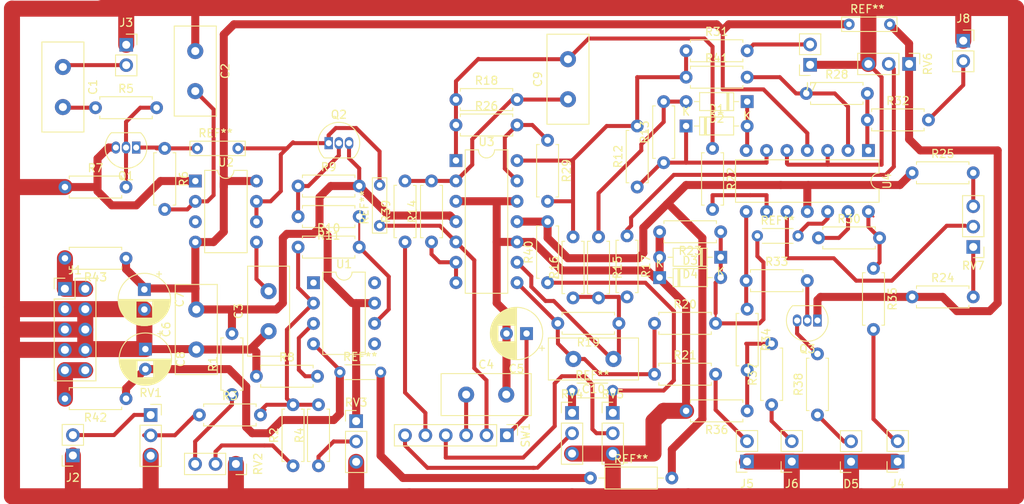
<source format=kicad_pcb>
(kicad_pcb (version 20211014) (generator pcbnew)
  (layers (0 "F.Cu" signal) (31 "B.Cu" signal) (34 "B.Paste" user) (35 "F.Paste" user) (36 "B.SilkS" user "B.Silkscreen") (37 "F.SilkS" user "F.Silkscreen") (38 "B.Mask" user) (39 "F.Mask" user) (44 "Edge.Cuts" user))
  (net 0 "")
  (net 1 "SYNC")
  (net 2 "Net-(C1-Pad2)")
  (net 3 "GND")
  (net 4 "Net-(C2-Pad2)")
  (net 5 "Net-(C3-Pad2)")
  (net 6 "Net-(C4-Pad1)")
  (net 7 "Net-(C5-Pad1)")
  (net 8 "+12V")
  (net 9 "-12V")
  (net 10 "Net-(C9-Pad1)")
  (net 11 "Net-(C9-Pad2)")
  (net 12 "Net-(C10-Pad1)")
  (net 13 "Net-(C10-Pad2)")
  (net 14 "Net-(D1-Pad1)")
  (net 15 "Net-(D1-Pad2)")
  (net 16 "Net-(D2-Pad2)")
  (net 17 "Net-(D3-Pad2)")
  (net 18 "Net-(D5-Pad2)")
  (net 19 "Net-(J2-Pad2)")
  (net 20 "Net-(J4-Pad2)")
  (net 21 "TRI")
  (net 22 "PULSE")
  (net 23 "SAW")
  (net 24 "RAMP")
  (net 25 "Net-(Q1-Pad1)")
  (net 26 "Net-(Q1-Pad2)")
  (net 27 "Net-(Q2-Pad2)")
  (net 28 "Net-(Q3-Pad2)")
  (net 29 "Net-(Q3-Pad3)")
  (net 30 "Net-(R1-Pad1)")
  (net 31 "Net-(R2-Pad1)")
  (net 32 "Net-(R10-Pad1)")
  (net 33 "Net-(R3-Pad1)")
  (net 34 "Net-(R4-Pad1)")
  (net 35 "Net-(R8-Pad2)")
  (net 36 "Net-(R10-Pad2)")
  (net 37 "Net-(R12-Pad2)")
  (net 38 "Net-(R14-Pad1)")
  (net 39 "Net-(R17-Pad1)")
  (net 40 "Net-(R22-Pad2)")
  (net 41 "Net-(R24-Pad2)")
  (net 42 "Net-(R25-Pad2)")
  (net 43 "Net-(R26-Pad2)")
  (net 44 "Net-(R27-Pad2)")
  (net 45 "Net-(R28-Pad1)")
  (net 46 "Net-(R28-Pad2)")
  (net 47 "Net-(R30-Pad2)")
  (net 48 "Net-(R33-Pad1)")
  (net 49 "Net-(R34-Pad2)")
  (net 50 "Net-(R39-Pad1)")
  (net 51 "Net-(R40-Pad1)")
  (net 52 "Net-(RV4-Pad2)")
  (net 53 "Net-(RV5-Pad2)")
  (net 54 "Net-(RV7-Pad2)")
  (net 59 "Net-(J1-Pad1)")
  (net 60 "Net-(J1-Pad10)")
  (footprint "Connector_PinHeader_2.54mm:PinHeader_1x03_P2.54mm_Vertical" (layer "F.Cu") (at 158.623 75.311)
    (fp_text reference "RV5")
    (fp_text value "10k")
  )
  (footprint "Package_TO_SOT_THT:TO-92_Inline" (layer "F.Cu") (at 123.19 41.635)
    (fp_text reference "Q2")
    (fp_text value "BC557")
  )
  (footprint "Capacitor_THT:C_Disc_D11.0mm_W5.0mm_P5.00mm" (layer "F.Cu") (at 106.68 67.397 90)
    (fp_text reference "C6")
    (fp_text value "100nf")
  )
  (footprint "Resistor_THT:R_Axial_DIN0207_L6.3mm_D2.5mm_P7.62mm_Horizontal" (layer "F.Cu") (at 175.387 75.057 180)
    (fp_text reference "R36")
    (fp_text value "12k")
  )
  (footprint "Resistor_THT:R_Axial_DIN0207_L6.3mm_D2.5mm_P7.62mm_Horizontal" (layer "F.Cu") (at 118.745 81.915 90)
    (fp_text reference "R2")
    (fp_text value "100k")
  )
  (footprint "Package_DIP:DIP-14_W7.62mm" (layer "F.Cu") (at 139.065 43.81)
    (fp_text reference "U3")
    (fp_text value "TL074")
  )
  (footprint "Resistor_THT:R_Axial_DIN0207_L6.3mm_D2.5mm_P7.62mm_Horizontal" (layer "F.Cu") (at 160.401 53.213 -90)
    (fp_text reference "R17")
    (fp_text value "150k")
  )
  (footprint "Resistor_THT:R_Axial_DIN0207_L6.3mm_D2.5mm_P7.62mm_Horizontal" (layer "F.Cu") (at 182.753 35.433)
    (fp_text reference "R28")
    (fp_text value "100k")
  )
  (footprint "Resistor_THT:R_Axial_DIN0207_L6.3mm_D2.5mm_P7.62mm_Horizontal" (layer "F.Cu") (at 175.26 58.801)
    (fp_text reference "R33")
    (fp_text value "47k")
  )
  (footprint "Capacitor_THT:CP_Radial_D6.3mm_P2.50mm" (layer "F.Cu") (at 147.867379 65.405 180)
    (fp_text reference "C5")
    (fp_text value "10uf/35V")
  )
  (footprint "Resistor_THT:R_Axial_DIN0207_L6.3mm_D2.5mm_P7.62mm_Horizontal" (layer "F.Cu") (at 111.125 73.025 90)
    (fp_text reference "R1")
    (fp_text value "12k")
  )
  (footprint "Resistor_THT:R_Axial_DIN0207_L6.3mm_D2.5mm_P7.62mm_Horizontal" (layer "F.Cu") (at 136.017 53.975 90)
    (fp_text reference "R14")
    (fp_text value "100k")
  )
  (footprint "Resistor_THT:R_Axial_DIN0207_L6.3mm_D2.5mm_P7.62mm_Horizontal" (layer "F.Cu") (at 163.83 64.135)
    (fp_text reference "R20")
    (fp_text value "150k")
  )
  (footprint "Resistor_THT:R_Axial_DIN0204_L3.6mm_D1.6mm_P5.08mm_Horizontal" (layer "F.Cu") (at 153.543 72.517)
    (fp_text reference "REF**")
    (fp_text value "0 Ohm Bridge")
  )
  (footprint "Connector_PinHeader_2.54mm:PinHeader_1x03_P2.54mm_Vertical" (layer "F.Cu") (at 126.619 76.342)
    (fp_text reference "RV3")
    (fp_text value "50k")
  )
  (footprint "Package_DIP:DIP-8_W7.62mm" (layer "F.Cu") (at 106.563 46.365)
    (fp_text reference "U2")
    (fp_text value "NE555P")
  )
  (footprint "Resistor_THT:R_Axial_DIN0204_L3.6mm_D1.6mm_P5.08mm_Horizontal" (layer "F.Cu") (at 176.657 53.213)
    (fp_text reference "REF**")
    (fp_text value "0 Ohm Bridge")
  )
  (footprint "Connector_PinSocket_2.54mm:PinSocket_1x02_P2.54mm_Vertical" (layer "F.Cu") (at 194.158 81.387 180)
    (fp_text reference "J4")
    (fp_text value "SINE")
  )
  (footprint "Resistor_THT:R_Axial_DIN0207_L6.3mm_D2.5mm_P7.62mm_Horizontal" (layer "F.Cu") (at 119.38 46.99)
    (fp_text reference "R9")
    (fp_text value "820R")
  )
  (footprint "Capacitor_THT:C_Disc_D11.0mm_W5.0mm_P5.00mm" (layer "F.Cu") (at 153.035 36.155 90)
    (fp_text reference "C9")
    (fp_text value "120pf")
  )
  (footprint "Resistor_THT:R_Axial_DIN0207_L6.3mm_D2.5mm_P7.62mm_Horizontal" (layer "F.Cu") (at 153.67 60.96 90)
    (fp_text reference "R16")
    (fp_text value "100k")
  )
  (footprint "Resistor_THT:R_Axial_DIN0207_L6.3mm_D2.5mm_P7.62mm_Horizontal" (layer "F.Cu") (at 191.135 57.277 -90)
    (fp_text reference "R35")
    (fp_text value "1k")
  )
  (footprint "TestPoint:TestPoint_Bridge_Pitch5.08mm_Drill0.7mm" (layer "F.Cu") (at 111.887 42.291 180)
    (fp_text reference "REF**")
    (fp_text value "0 Ohm Bridge")
  )
  (footprint "Package_DIP:DIP-14_W7.62mm" (layer "F.Cu") (at 190.505 42.555 -90)
    (fp_text reference "U4")
    (fp_text value "TL074")
  )
  (footprint "Connector_PinSocket_2.54mm:PinSocket_1x02_P2.54mm_Vertical" (layer "F.Cu") (at 202.336 28.849)
    (fp_text reference "J8")
    (fp_text value "RAMP")
  )
  (footprint "Connector_PinHeader_2.54mm:PinHeader_1x03_P2.54mm_Vertical" (layer "F.Cu") (at 203.581 54.595 180)
    (fp_text reference "RV7")
    (fp_text value "10k")
  )
  (footprint "Connector_PinSocket_2.54mm:PinSocket_1x03_P2.54mm_Vertical" (layer "F.Cu") (at 100.99 75.58)
    (fp_text reference "RV1")
    (fp_text value "50k")
  )
  (footprint "TestPoint:TestPoint_Bridge_Pitch5.08mm_Drill0.7mm" (layer "F.Cu") (at 129.54 46.863 -90)
    (fp_text reference "REF**")
    (fp_text value "0 Ohm Bridge")
  )
  (footprint "Resistor_THT:R_Axial_DIN0207_L6.3mm_D2.5mm_P10.16mm_Horizontal" (layer "F.Cu") (at 155.829 83.439)
    (fp_text reference "REF**")
    (fp_text value "0 Ohm Bridge")
  )
  (footprint "Capacitor_THT:C_Disc_D11.0mm_W5.0mm_P5.00mm" (layer "F.Cu") (at 106.553 30.139 -90)
    (fp_text reference "C2")
    (fp_text value "47nf")
  )
  (footprint "Resistor_THT:R_Axial_DIN0207_L6.3mm_D2.5mm_P7.62mm_Horizontal" (layer "F.Cu") (at 184.277 53.467)
    (fp_text reference "R30")
    (fp_text value "15k")
  )
  (footprint "Resistor_THT:R_Axial_DIN0207_L6.3mm_D2.5mm_P7.62mm_Horizontal" (layer "F.Cu") (at 167.767 33.401)
    (fp_text reference "R41")
    (fp_text value "100k")
  )
  (footprint "Connector_PinSocket_2.54mm:PinSocket_1x02_P2.54mm_Vertical" (layer "F.Cu") (at 183.236 31.857 180)
    (fp_text reference "J7")
    (fp_text value "SAW")
  )
  (footprint "TestPoint:TestPoint_Bridge_Pitch5.08mm_Drill0.7mm" (layer "F.Cu") (at 193.167 26.797 180)
    (fp_text reference "REF**")
    (fp_text value "0 Ohm Bridge")
  )
  (footprint "Connector_PinSocket_2.54mm:PinSocket_1x02_P2.54mm_Vertical" (layer "F.Cu") (at 180.95 81.387 180)
    (fp_text reference "J6")
    (fp_text value "PULSE")
  )
  (footprint "Resistor_THT:R_Axial_DIN0207_L6.3mm_D2.5mm_P7.62mm_Horizontal" (layer "F.Cu") (at 119.38 54.61)
    (fp_text reference "R10")
    (fp_text value "100k")
  )
  (footprint "Package_TO_SOT_THT:TO-92_Inline" (layer "F.Cu") (at 184.15 63.775 180)
    (fp_text reference "Q3")
    (fp_text value "BC547")
  )
  (footprint "Resistor_THT:R_Axial_DIN0207_L6.3mm_D2.5mm_P7.62mm_Horizontal" (layer "F.Cu") (at 178.435 74.295 90)
    (fp_text reference "R37")
    (fp_text value "1k")
  )
  (footprint "Package_TO_SOT_THT:TO-92_Inline" (layer "F.Cu") (at 99.187 42.185 180)
    (fp_text reference "Q1")
    (fp_text value "BS170")
  )
  (footprint "Resistor_THT:R_Axial_DIN0204_L3.6mm_D1.6mm_P5.08mm_Horizontal" (layer "F.Cu") (at 124.587 70.231)
    (fp_text reference "REF**")
    (fp_text value "0 Ohm Bridge")
  )
  (footprint "Resistor_THT:R_Axial_DIN0207_L6.3mm_D2.5mm_P7.62mm_Horizontal" (layer "F.Cu") (at 167.767 30.099)
    (fp_text reference "R31")
    (fp_text value "1k")
  )
  (footprint "Resistor_THT:R_Axial_DIN0207_L6.3mm_D2.5mm_P7.62mm_Horizontal" (layer "F.Cu") (at 121.92 81.915 90)
    (fp_text reference "R4")
    (fp_text value "100k")
  )
  (footprint "Capacitor_THT:C_Disc_D11.0mm_W5.0mm_P5.00mm" (layer "F.Cu") (at 140.335 73.025)
    (fp_text reference "C4")
    (fp_text value "1uf")
  )
  (footprint "Capacitor_THT:C_Disc_D11.0mm_W5.0mm_P5.00mm" (layer "F.Cu") (at 158.71 68.58 180)
    (fp_text reference "C10")
    (fp_text value "1nf")
  )
  (footprint "Resistor_THT:R_Axial_DIN0207_L6.3mm_D2.5mm_P7.62mm_Horizontal" (layer "F.Cu") (at 195.961 45.339)
    (fp_text reference "R25")
    (fp_text value "15k")
  )
  (footprint "Resistor_THT:R_Axial_DIN0207_L6.3mm_D2.5mm_P7.62mm_Horizontal" (layer "F.Cu") (at 164.973 44.069 90)
    (fp_text reference "R13")
    (fp_text value "100k")
  )
  (footprint "Capacitor_THT:C_Disc_D11.0mm_W5.0mm_P5.00mm" (layer "F.Cu") (at 90.043 32.131 -90)
    (fp_text reference "C1")
    (fp_text value "10nf")
  )
  (footprint "Connector_PinHeader_2.54mm:PinHeader_2x05_P2.54mm_Vertical" (layer "F.Cu") (at 90.292 59.822)
    (fp_text reference "J1")
    (fp_text value "Conn_02x05_Top_Bottom")
  )
  (footprint "Diode_THT:D_DO-35_SOD27_P7.62mm_Horizontal" (layer "F.Cu") (at 164.465 58.42)
    (fp_text reference "D3")
    (fp_text value "1N4148")
  )
  (footprint "Resistor_THT:R_Axial_DIN0207_L6.3mm_D2.5mm_P7.62mm_Horizontal" (layer "F.Cu") (at 190.373 38.735)
    (fp_text reference "R32")
    (fp_text value "1k")
  )
  (footprint "Resistor_THT:R_Axial_DIN0207_L6.3mm_D2.5mm_P7.62mm_Horizontal" (layer "F.Cu") (at 161.671 47.117 90)
    (fp_text reference "R12")
    (fp_text value "100k")
  )
  (footprint "Capacitor_THT:CP_Radial_D6.3mm_P2.50mm" (layer "F.Cu") (at 100.33 67.35 -90)
    (fp_text reference "C8")
    (fp_text value "10uf")
  )
  (footprint "Resistor_THT:R_Axial_DIN0207_L6.3mm_D2.5mm_P7.62mm_Horizontal" (layer "F.Cu") (at 132.715 53.975 90)
    (fp_text reference "R39")
    (fp_text value "100k")
  )
  (footprint "Connector_PinSocket_2.54mm:PinSocket_1x02_P2.54mm_Vertical" (layer "F.Cu") (at 175.362 81.387 180)
    (fp_text reference "J5")
    (fp_text value "TRI")
  )
  (footprint "Resistor_THT:R_Axial_DIN0207_L6.3mm_D2.5mm_P7.62mm_Horizontal" (layer "F.Cu") (at 159.385 64.135 180)
    (fp_text reference "R19")
    (fp_text value "200k")
  )
  (footprint "Diode_THT:D_DO-35_SOD27_P7.62mm_Horizontal" (layer "F.Cu") (at 172.085 55.88 180)
    (fp_text reference "D4")
    (fp_text value "1N4148")
  )
  (footprint "Resistor_THT:R_Axial_DIN0207_L6.3mm_D2.5mm_P7.62mm_Horizontal" (layer "F.Cu") (at 172.085 52.705 180)
    (fp_text reference "R23")
    (fp_text value "22k")
  )
  (footprint "Resistor_THT:R_Axial_DIN0207_L6.3mm_D2.5mm_P7.62mm_Horizontal" (layer "F.Cu") (at 150.495 41.275 -90)
    (fp_text reference "R29")
    (fp_text value "200k")
  )
  (footprint "Resistor_THT:R_Axial_DIN0207_L6.3mm_D2.5mm_P7.62mm_Horizontal" (layer "F.Cu") (at 156.845 53.34 -90)
    (fp_text reference "R15")
    (fp_text value "50k")
  )
  (footprint "Resistor_THT:R_Axial_DIN0207_L6.3mm_D2.5mm_P7.62mm_Horizontal" (layer "F.Cu") (at 184.15 75.565 90)
    (fp_text reference "R38")
    (fp_text value "1k")
  )
  (footprint "Connector_PinSocket_2.54mm:PinSocket_1x02_P2.54mm_Vertical" (layer "F.Cu") (at 188.341 81.407 180)
    (fp_text reference "D5")
    (fp_text value "LED")
  )
  (footprint "Resistor_THT:R_Axial_DIN0207_L6.3mm_D2.5mm_P7.62mm_Horizontal" (layer "F.Cu") (at 107.061 75.565)
    (fp_text reference "R3")
    (fp_text value "100k")
  )
  (footprint "Resistor_THT:R_Axial_DIN0207_L6.3mm_D2.5mm_P7.62mm_Horizontal" (layer "F.Cu") (at 163.83 70.485)
    (fp_text reference "R21")
    (fp_text value "1k")
  )
  (footprint "Connector_PinSocket_2.54mm:PinSocket_1x02_P2.54mm_Vertical" (layer "F.Cu") (at 97.942 29.357)
    (fp_text reference "J3")
    (fp_text value "SYNC")
  )
  (footprint "Resistor_THT:R_Axial_DIN0207_L6.3mm_D2.5mm_P7.62mm_Horizontal" (layer "F.Cu") (at 97.917 73.533 180)
    (fp_text reference "R42")
    (fp_text value "100R")
  )
  (footprint "Connector_PinHeader_2.54mm:PinHeader_1x03_P2.54mm_Vertical" (layer "F.Cu") (at 195.58 31.75 -90)
    (fp_text reference "RV6")
    (fp_text value "50k")
  )
  (footprint "Resistor_THT:R_Axial_DIN0207_L6.3mm_D2.5mm_P7.62mm_Horizontal" (layer "F.Cu") (at 171.069 42.291 -90)
    (fp_text reference "R22")
    (fp_text value "10k")
  )
  (footprint "Resistor_THT:R_Axial_DIN0207_L6.3mm_D2.5mm_P7.62mm_Horizontal" (layer "F.Cu") (at 195.961 60.833)
    (fp_text reference "R24")
    (fp_text value "15k")
  )
  (footprint "Capacitor_THT:CP_Radial_D6.3mm_P2.50mm" (layer "F.Cu") (at 100.203 59.904621 -90)
    (fp_text reference "C7")
    (fp_text value "10 uf")
  )
  (footprint "Resistor_THT:R_Axial_DIN0207_L6.3mm_D2.5mm_P7.62mm_Horizontal" (layer "F.Cu") (at 102.743 42.291 -90)
    (fp_text reference "R6")
    (fp_text value "1k")
  )
  (footprint "Connector_PinHeader_2.54mm:PinHeader_1x06_P2.54mm_Vertical" (layer "F.Cu") (at 145.415 78.105 -90)
    (fp_text reference "SW1")
    (fp_text value "SW_Push_DPDT")
  )
  (footprint "Resistor_THT:R_Axial_DIN0207_L6.3mm_D2.5mm_P7.62mm_Horizontal" (layer "F.Cu") (at 139.065 39.37)
    (fp_text reference "R26")
    (fp_text value "100k")
  )
  (footprint "Connector_PinSocket_2.54mm:PinSocket_1x03_P2.54mm_Vertical" (layer "F.Cu") (at 111.618 81.686 -90)
    (fp_text reference "RV2")
    (fp_text value "10k")
  )
  (footprint "Diode_THT:D_DO-35_SOD27_P7.62mm_Horizontal" (layer "F.Cu") (at 175.387 36.449 180)
    (fp_text reference "D2")
    (fp_text value "1N4148")
  )
  (footprint "Connector_PinHeader_2.54mm:PinHeader_1x03_P2.54mm_Vertical" (layer "F.Cu") (at 153.543 75.311)
    (fp_text reference "RV4")
    (fp_text value "10k")
  )
  (footprint "Resistor_THT:R_Axial_DIN0207_L6.3mm_D2.5mm_P7.62mm_Horizontal" (layer "F.Cu") (at 90.297 47.117)
    (fp_text reference "R7")
    (fp_text value "100k")
  )
  (footprint "Package_DIP:DIP-8_W7.62mm" (layer "F.Cu") (at 121.295 59.065)
    (fp_text reference "U1")
    (fp_text value "LM741")
  )
  (footprint "Capacitor_THT:C_Disc_D11.0mm_W5.0mm_P5.00mm" (layer "F.Cu") (at 115.697 65.111 90)
    (fp_text reference "C3")
    (fp_text value "10nf")
  )
  (footprint "Resistor_THT:R_Axial_DIN0207_L6.3mm_D2.5mm_P7.62mm_Horizontal" (layer "F.Cu") (at 175.387 62.357 -90)
    (fp_text reference "R34")
    (fp_text value "10k")
  )
  (footprint "Resistor_THT:R_Axial_DIN0207_L6.3mm_D2.5mm_P7.62mm_Horizontal" (layer "F.Cu") (at 139.065 36.195)
    (fp_text reference "R18")
    (fp_text value "200k")
  )
  (footprint "Resistor_THT:R_Axial_DIN0207_L6.3mm_D2.5mm_P7.62mm_Horizontal" (layer "F.Cu") (at 150.495 59.055 90)
    (fp_text reference "R40")
    (fp_text value "2.7k")
  )
  (footprint "Resistor_THT:R_Axial_DIN0207_L6.3mm_D2.5mm_P7.62mm_Horizontal" (layer "F.Cu") (at 114.173 70.739)
    (fp_text reference "R8")
    (fp_text value "8.2k")
  )
  (footprint "Resistor_THT:R_Axial_DIN0207_L6.3mm_D2.5mm_P7.62mm_Horizontal" (layer "F.Cu") (at 127 50.8 180)
    (fp_text reference "R11")
    (fp_text value "27k")
  )
  (footprint "Resistor_THT:R_Axial_DIN0207_L6.3mm_D2.5mm_P7.62mm_Horizontal" (layer "F.Cu") (at 94.107 37.211)
    (fp_text reference "R5")
    (fp_text value "10k")
  )
  (footprint "Resistor_THT:R_Axial_DIN0207_L6.3mm_D2.5mm_P7.62mm_Horizontal" (layer "F.Cu") (at 97.917 56.007 180)
    (fp_text reference "R43")
    (fp_text value "100R")
  )
  (footprint "Connector_PinSocket_2.54mm:PinSocket_1x02_P2.54mm_Vertical" (layer "F.Cu") (at 91.288 80.625 180)
    (fp_text reference "J2")
    (fp_text value "CV")
  )
  (footprint "Diode_THT:D_DO-35_SOD27_P7.62mm_Horizontal" (layer "F.Cu") (at 167.767 39.497)
    (fp_text reference "D1")
    (fp_text value "1N4148")
  )
  (segment (start 97.942 31.897) (end 90.277 31.897) (width 0.5) (layer "F.Cu") (net 1))
  (segment (start 90.277 31.897) (end 90.043 32.131) (width 0.25) (layer "F.Cu") (net 1))
  (segment (start 94.107 37.211) (end 90.123 37.211) (width 0.5) (layer "F.Cu") (net 2))
  (segment (start 90.123 37.211) (end 90.043 37.131) (width 0.25) (layer "F.Cu") (net 2))
  (segment (start 190.393 31.857) (end 190.5 31.75) (width 0.25) (layer "F.Cu") (net 3))
  (segment (start 164.973 75.057) (end 163.703 76.327) (width 2) (layer "F.Cu") (net 3))
  (segment (start 168.021 85.725) (end 180.721 85.725) (width 2) (layer "F.Cu") (net 3))
  (segment (start 98.425 24.765) (end 96.901 24.765) (width 2) (layer "F.Cu") (net 3))
  (segment (start 208.915 31.877) (end 208.915 24.765) (width 2) (layer "F.Cu") (net 3))
  (segment (start 163.703 76.327) (end 163.703 80.137) (width 2) (layer "F.Cu") (net 3))
  (segment (start 91.288 80.625) (end 91.288 85.7) (width 2) (layer "F.Cu") (net 3))
  (segment (start 146.695 53.97) (end 144.15 53.97) (width 1) (layer "F.Cu") (net 3))
  (segment (start 190.398 31.648) (end 190.5 31.75) (width 0.25) (layer "F.Cu") (net 3))
  (segment (start 194.158 81.641) (end 193.924 81.407) (width 0.25) (layer "F.Cu") (net 3))
  (segment (start 106.563 46.365) (end 102.225 46.365) (width 1) (layer "F.Cu") (net 3))
  (segment (start 183.236 31.857) (end 190.393 31.857) (width 1) (layer "F.Cu") (net 3))
  (segment (start 99.695 85.725) (end 101.219 85.725) (width 2) (layer "F.Cu") (net 3))
  (segment (start 180.975 85.725) (end 188.087 85.725) (width 2) (layer "F.Cu") (net 3))
  (segment (start 106.807 24.765) (end 98.425 24.765) (width 2) (layer "F.Cu") (net 3))
  (segment (start 189.611 85.725) (end 208.915 85.725) (width 2) (layer "F.Cu") (net 3))
  (segment (start 164.465 58.42) (end 164.465 55.88) (width 1) (layer "F.Cu") (net 3))
  (segment (start 180.97 81.407) (end 180.95 81.387) (width 0.25) (layer "F.Cu") (net 3))
  (segment (start 185.425 42.555) (end 185.425 44.323) (width 0.5) (layer "F.Cu") (net 3))
  (segment (start 83.693 24.848) (end 96.818 24.848) (width 2) (layer "F.Cu") (net 3))
  (segment (start 100.33 67.35) (end 106.633 67.35) (width 1) (layer "F.Cu") (net 3))
  (segment (start 158.623 80.391) (end 163.703 80.391) (width 2) (layer "F.Cu") (net 3))
  (segment (start 83.952 62.362) (end 83.693 62.103) (width 0.25) (layer "F.Cu") (net 3))
  (segment (start 158.623 80.645) (end 158.623 85.471) (width 2) (layer "F.Cu") (net 3))
  (segment (start 90.297 47.117) (end 83.947 47.117) (width 2) (layer "F.Cu") (net 3))
  (segment (start 144.145 53.975) (end 144.145 53.213) (width 0.25) (layer "F.Cu") (net 3))
  (segment (start 97.942 29.357) (end 97.942 25.248) (width 2) (layer "F.Cu") (net 3))
  (segment (start 144.145 49.149) (end 144.404 48.89) (width 0.25) (layer "F.Cu") (net 3))
  (segment (start 92.832 62.362) (end 92.832 67.442) (width 2) (layer "F.Cu") (net 3))
  (segment (start 100.99 85.496) (end 101.219 85.725) (width 0.25) (layer "F.Cu") (net 3))
  (segment (start 83.942 67.442) (end 83.693 67.691) (width 0.25) (layer "F.Cu") (net 3))
  (segment (start 96.818 24.848) (end 96.901 24.765) (width 0.25) (layer "F.Cu") (net 3))
  (segment (start 100.160379 62.362) (end 100.203 62.404621) (width 0.25) (layer "F.Cu") (net 3))
  (segment (start 180.721 85.725) (end 180.975 85.725) (width 0.5) (layer "F.Cu") (net 3))
  (segment (start 113.411 67.397) (end 112.355 67.397) (width 1) (layer "F.Cu") (net 3))
  (segment (start 100.33 67.35) (end 100.33 67.262379) (width 0.25) (layer "F.Cu") (net 3))
  (segment (start 96.901 24.765) (end 94.869 24.765) (width 2) (layer "F.Cu") (net 3))
  (segment (start 133.223 85.725) (end 153.543 85.725) (width 2) (layer "F.Cu") (net 3))
  (segment (start 202.336 28.849) (end 202.336 24.79) (width 2) (layer "F.Cu") (net 3))
  (segment (start 100.203 67.223) (end 100.33 67.35) (width 0.25) (layer "F.Cu") (net 3))
  (segment (start 94.361 47.625) (end 94.361 46.863) (width 1) (layer "F.Cu") (net 3))
  (segment (start 190.5 31.75) (end 190.5 24.892) (width 2) (layer "F.Cu") (net 3))
  (segment (start 145.367379 65.405) (end 145.367379 62.817379) (width 1) (layer "F.Cu") (net 3))
  (segment (start 148.712 53.97) (end 152.273 57.531) (width 1) (layer "F.Cu") (net 3))
  (segment (start 144.15 53.97) (end 144.145 53.975) (width 0.25) (layer "F.Cu") (net 3))
  (segment (start 202.311 24.765) (end 190.627 24.765) (width 2) (layer "F.Cu") (net 3))
  (segment (start 180.95 85.7) (end 180.975 85.725) (width 0.25) (layer "F.Cu") (net 3))
  (segment (start 106.633 67.35) (end 106.68 67.397) (width 0.25) (layer "F.Cu") (net 3))
  (segment (start 159.131 85.725) (end 168.021 85.725) (width 2) (layer "F.Cu") (net 3))
  (segment (start 91.313 85.725) (end 99.695 85.725) (width 2) (layer "F.Cu") (net 3))
  (segment (start 106.553 30.139) (end 106.553 25.019) (width 1) (layer "F.Cu") (net 3))
  (segment (start 144.145 53.721) (end 144.145 49.149) (width 1) (layer "F.Cu") (net 3))
  (segment (start 164.465 58.801) (end 164.465 58.42) (width 0.25) (layer "F.Cu") (net 3))
  (segment (start 164.465 58.547) (end 167.767 61.849) (width 1) (layer "F.Cu") (net 3))
  (segment (start 92.924 67.35) (end 92.832 67.442) (width 0.25) (layer "F.Cu") (net 3))
  (segment (start 163.83 58.42) (end 164.465 58.42) (width 0.25) (layer "F.Cu") (net 3))
  (segment (start 97.942 25.248) (end 98.425 24.765) (width 0.25) (layer "F.Cu") (net 3))
  (segment (start 94.361 46.863) (end 94.107 47.117) (width 0.25) (layer "F.Cu") (net 3))
  (segment (start 102.225 46.365) (end 99.187 49.403) (width 1) (layer "F.Cu") (net 3))
  (segment (start 158.623 85.471) (end 158.877 85.725) (width 0.25) (layer "F.Cu") (net 3))
  (segment (start 145.367379 65.405) (end 145.367379 72.992621) (width 1) (layer "F.Cu") (net 3))
  (segment (start 208.915 24.765) (end 202.311 24.765) (width 2) (layer "F.Cu") (net 3))
  (segment (start 192.151 44.323) (end 192.151 33.401) (width 0.5) (layer "F.Cu") (net 3))
  (segment (start 163.703 80.137) (end 163.703 80.391) (width 0.25) (layer "F.Cu") (net 3))
  (segment (start 111.618 81.686) (end 111.618 85.71) (width 2) (layer "F.Cu") (net 3))
  (segment (start 188.341 85.471) (end 188.087 85.725) (width 0.25) (layer "F.Cu") (net 3))
  (segment (start 83.693 85.725) (end 83.693 67.691) (width 2) (layer "F.Cu") (net 3))
  (segment (start 144.145 61.595) (end 144.145 53.975) (width 1) (layer "F.Cu") (net 3))
  (segment (start 164.465 58.42) (end 164.465 58.547) (width 0.25) (layer "F.Cu") (net 3))
  (segment (start 189.845 85.491) (end 189.611 85.725) (width 0.25) (layer "F.Cu") (net 3))
  (segment (start 100.33 67.35) (end 92.924 67.35) (width 2) (layer "F.Cu") (net 3))
  (segment (start 84.196 64.902) (end 83.693 65.405) (width 0.25) (layer "F.Cu") (net 3))
  (segment (start 175.362 81.387) (end 180.95 81.387) (width 2) (layer "F.Cu") (net 3))
  (segment (start 99.187 49.403) (end 96.139 49.403) (width 1) (layer "F.Cu") (net 3))
  (segment (start 92.832 64.902) (end 84.196 64.902) (width 2) (layer "F.Cu") (net 3))
  (segment (start 114.173 67.711) (end 113.645 67.183) (width 1) (layer "F.Cu") (net 3))
  (segment (start 106.553 25.019) (end 106.807 24.765) (width 0.25) (layer "F.Cu") (net 3))
  (segment (start 188.341 81.407) (end 188.341 85.471) (width 2) (layer "F.Cu") (net 3))
  (segment (start 83.693 65.405) (end 83.693 62.103) (width 2) (layer "F.Cu") (net 3))
  (segment (start 99.949 85.471) (end 99.695 85.725) (width 0.25) (layer "F.Cu") (net 3))
  (segment (start 139.07 48.895) (end 139.075 48.89) (width 0.25) (layer "F.Cu") (net 3))
  (segment (start 144.404 48.89) (end 146.695 48.89) (width 0.25) (layer "F.Cu") (net 3))
  (segment (start 193.924 81.407) (end 180.97 81.407) (width 2) (layer "F.Cu") (net 3))
  (segment (start 100.282379 62.23) (end 100.33 62.277621) (width 0.5) (layer "F.Cu") (net 3))
  (segment (start 146.695 53.97) (end 148.712 53.97) (width 1) (layer "F.Cu") (net 3))
  (segment (start 96.139 49.403) (end 94.361 47.625) (width 1) (layer "F.Cu") (net 3))
  (segment (start 95.737 42.185) (end 94.361 43.561) (width 1) (layer "F.Cu") (net 3))
  (segment (start 208.89 31.902) (end 208.915 31.877) (width 0.25) (layer "F.Cu") (net 3))
  (segment (start 190.627 24.765) (end 106.807 24.765) (width 2) (layer "F.Cu") (net 3))
  (segment (start 100.203 62.404621) (end 100.203 67.223) (width 2) (layer "F.Cu") (net 3))
  (segment (start 208.915 85.725) (end 208.915 31.877) (width 2) (layer "F.Cu") (net 3))
  (segment (start 180.345 42.555) (end 180.345 44.201) (width 0.5) (layer "F.Cu") (net 3))
  (segment (start 92.832 62.362) (end 100.160379 62.362) (width 2) (layer "F.Cu") (net 3))
  (segment (start 106.68 67.397) (end 112.355 67.397) (width 1) (layer "F.Cu") (net 3))
  (segment (start 111.618 85.71) (end 111.633 85.725) (width 0.25) (layer "F.Cu") (net 3))
  (segment (start 94.361 43.561) (end 94.361 46.863) (width 1) (layer "F.Cu") (net 3))
  (segment (start 180.467 44.323) (end 192.151 44.323) (width 0.5) (layer "F.Cu") (net 3))
  (segment (start 115.697 65.111) (end 113.411 67.397) (width 1) (layer "F.Cu") (net 3))
  (segment (start 167.767 75.057) (end 164.973 75.057) (width 2) (layer "F.Cu") (net 3))
  (segment (start 153.543 80.391) (end 158.623 80.391) (width 2) (layer "F.Cu") (net 3))
  (segment (start 92.832 62.362) (end 83.952 62.362) (width 2) (layer "F.Cu") (net 3))
  (segment (start 152.273 57.531) (end 162.941 57.531) (width 1) (layer "F.Cu") (net 3))
  (segment (start 111.633 85.725) (end 126.619 85.725) (width 2) (layer "F.Cu") (net 3))
  (segment (start 96.647 42.185) (end 95.737 42.185) (width 1) (layer "F.Cu") (net 3))
  (segment (start 83.947 47.117) (end 83.693 47.371) (width 0.25) (layer "F.Cu") (net 3))
  (segment (start 100.99 80.66) (end 100.99 85.496) (width 2) (layer "F.Cu") (net 3))
  (segment (start 163.195 85.725) (end 168.021 85.725) (width 0.25) (layer "F.Cu") (net 3))
  (segment (start 83.693 62.103) (end 83.693 47.371) (width 2) (layer "F.Cu") (net 3))
  (segment (start 188.087 85.725) (end 189.611 85.725) (width 2) (layer "F.Cu") (net 3))
  (segment (start 167.767 61.849) (end 167.767 75.057) (width 1) (layer "F.Cu") (net 3))
  (segment (start 180.955 85.491) (end 180.721 85.725) (width 0.25) (layer "F.Cu") (net 3))
  (segment (start 91.288 85.7) (end 91.313 85.725) (width 0.25) (layer "F.Cu") (net 3))
  (segment (start 139.075 48.89) (end 146.695 48.89) (width 1) (layer "F.Cu") (net 3))
  (segment (start 92.832 67.442) (end 83.942 67.442) (width 2) (layer "F.Cu") (net 3))
  (segment (start 83.693 67.691) (end 83.693 65.405) (width 2) (layer "F.Cu") (net 3))
  (segment (start 101.219 85.725) (end 111.633 85.725) (width 2) (layer "F.Cu") (net 3))
  (segment (start 202.336 24.79) (end 202.311 24.765) (width 0.25) (layer "F.Cu") (net 3))
  (segment (start 153.543 85.725) (end 158.877 85.725) (width 2) (layer "F.Cu") (net 3))
  (segment (start 180.95 81.387) (end 180.95 85.7) (width 2) (layer "F.Cu") (net 3))
  (segment (start 114.173 70.739) (end 114.173 67.711) (width 1) (layer "F.Cu") (net 3))
  (segment (start 126.619 81.422) (end 126.619 85.725) (width 2) (layer "F.Cu") (net 3))
  (segment (start 145.367379 72.992621) (end 145.335 73.025) (width 0.25) (layer "F.Cu") (net 3))
  (segment (start 100.29 67.31) (end 100.33 67.35) (width 0.5) (layer "F.Cu") (net 3))
  (segment (start 162.941 57.531) (end 163.83 58.42) (width 1) (layer "F.Cu") (net 3))
  (segment (start 192.151 33.401) (end 190.5 31.75) (width 0.5) (layer "F.Cu") (net 3))
  (segment (start 91.313 85.725) (end 83.693 85.725) (width 2) (layer "F.Cu") (net 3))
  (segment (start 126.619 85.725) (end 133.223 85.725) (width 2) (layer "F.Cu") (net 3))
  (segment (start 164.465 52.705) (end 164.465 55.88) (width 1) (layer "F.Cu") (net 3))
  (segment (start 83.693 47.371) (end 83.693 24.848) (width 2) (layer "F.Cu") (net 3))
  (segment (start 94.107 47.117) (end 90.297 47.117) (width 1) (layer "F.Cu") (net 3))
  (segment (start 145.367379 62.817379) (end 144.145 61.595) (width 1) (layer "F.Cu") (net 3))
  (segment (start 112.355 67.397) (end 112.609 67.397) (width 0.25) (layer "F.Cu") (net 3))
  (segment (start 180.345 44.201) (end 180.467 44.323) (width 0.25) (layer "F.Cu") (net 3))
  (segment (start 190.5 24.892) (end 190.627 24.765) (width 0.25) (layer "F.Cu") (net 3))
  (segment (start 158.877 85.725) (end 159.131 85.725) (width 0.5) (layer "F.Cu") (net 3))
  (segment (start 102.743 49.911) (end 105.557 49.911) (width 0.5) (layer "F.Cu") (net 4))
  (segment (start 106.553 35.139) (end 108.839 37.425) (width 0.5) (layer "F.Cu") (net 4))
  (segment (start 108.839 37.425) (end 108.839 40.513) (width 0.5) (layer "F.Cu") (net 4))
  (segment (start 106.563 48.905) (end 108.067 48.905) (width 0.5) (layer "F.Cu") (net 4))
  (segment (start 108.839 40.513) (end 108.839 39.965) (width 0.5) (layer "F.Cu") (net 4))
  (segment (start 105.557 49.911) (end 106.563 48.905) (width 0.5) (layer "F.Cu") (net 4))
  (segment (start 108.839 48.133) (end 108.839 40.513) (width 0.5) (layer "F.Cu") (net 4))
  (segment (start 108.067 48.905) (end 108.839 48.133) (width 0.5) (layer "F.Cu") (net 4))
  (segment (start 114.183 53.985) (end 114.183 58.597) (width 0.5) (layer "F.Cu") (net 5))
  (segment (start 114.183 58.597) (end 115.697 60.111) (width 0.5) (layer "F.Cu") (net 5))
  (segment (start 140.335 78.105) (end 140.335 73.025) (width 0.5) (layer "F.Cu") (net 6))
  (segment (start 145.415 78.105) (end 147.867379 75.652621) (width 0.5) (layer "F.Cu") (net 7))
  (segment (start 147.867379 75.652621) (end 147.867379 65.405) (width 0.5) (layer "F.Cu") (net 7))
  (segment (start 106.563 62.28) (end 106.68 62.397) (width 0.25) (layer "F.Cu") (net 8))
  (segment (start 111.125 65.405) (end 111.125 62.437) (width 1) (layer "F.Cu") (net 8))
  (segment (start 111.085 62.397) (end 106.68 62.397) (width 1) (layer "F.Cu") (net 8))
  (segment (start 111.379 26.797) (end 171.577 26.797) (width 1) (layer "F.Cu") (net 8))
  (segment (start 123.063 58.547) (end 123.063 53.213) (width 1) (layer "F.Cu") (net 8))
  (segment (start 171.577 26.797) (end 172.339 27.559) (width 1) (layer "F.Cu") (net 8))
  (segment (start 206.629 61.595) (end 206.629 42.545) (width 1) (layer "F.Cu") (net 8))
  (segment (start 184.15 61.214) (end 184.531 60.833) (width 1) (layer "F.Cu") (net 8))
  (segment (start 130.683 50.673) (end 127 46.99) (width 1) (layer "F.Cu") (net 8))
  (segment (start 172.339 27.559) (end 172.339 34.925) (width 0.5) (layer "F.Cu") (net 8))
  (segment (start 193.167 26.797) (end 195.58 29.21) (width 1) (layer "F.Cu") (net 8))
  (segment (start 125.73 41.635) (end 125.73 43.520991) (width 0.5) (layer "F.Cu") (net 8))
  (segment (start 172.339 34.925) (end 177.419 34.925) (width 0.5) (layer "F.Cu") (net 8))
  (segment (start 206.629 42.545) (end 196.977 42.545) (width 1) (layer "F.Cu") (net 8))
  (segment (start 127 46.99) (end 127 46.988604) (width 0.25) (layer "F.Cu") (net 8))
  (segment (start 172.339 27.559) (end 173.101 26.797) (width 1) (layer "F.Cu") (net 8))
  (segment (start 201.549 62.611) (end 205.613 62.611) (width 1) (layer "F.Cu") (net 8))
  (segment (start 106.563 53.985) (end 106.563 62.28) (width 1) (layer "F.Cu") (net 8))
  (segment (start 126.355 61.605) (end 126.121 61.605) (width 0.5) (layer "F.Cu") (net 8))
  (segment (start 116.673 62.397) (end 111.085 62.397) (width 1) (layer "F.Cu") (net 8))
  (segment (start 126.121 61.605) (end 123.063 58.547) (width 1) (layer "F.Cu") (net 8))
  (segment (start 122.047 48.387) (end 122.047 52.197) (width 1) (layer "F.Cu") (net 8))
  (segment (start 184.15 63.775) (end 184.15 61.214) (width 1) (layer "F.Cu") (net 8))
  (segment (start 195.58 29.21) (end 195.58 31.75) (width 1) (layer "F.Cu") (net 8))
  (segment (start 199.771 60.833) (end 201.549 62.611) (width 1) (layer "F.Cu") (net 8))
  (segment (start 127 46.99) (end 123.444 46.99) (width 1) (layer "F.Cu") (net 8))
  (segment (start 184.531 60.833) (end 199.771 60.833) (width 1) (layer "F.Cu") (net 8))
  (segment (start 97.917 57.364621) (end 97.917 56.007) (width 1) (layer "F.Cu") (net 8))
  (segment (start 100.33 59.777621) (end 106.592379 59.777621) (width 1) (layer "F.Cu") (net 8))
  (segment (start 126.629 61.605) (end 126.355 61.605) (width 1) (layer "F.Cu") (net 8))
  (segment (start 128.915 61.605) (end 126.629 61.605) (width 1) (layer "F.Cu") (net 8))
  (segment (start 121.285 52.959) (end 117.983 52.959) (width 1) (layer "F.Cu") (net 8))
  (segment (start 126.619 76.342) (end 126.619 61.615) (width 1) (layer "F.Cu") (net 8))
  (segment (start 110.119 46.365) (end 110.109 46.355) (width 0.25) (layer "F.Cu") (net 8))
  (segment (start 111.125 62.437) (end 111.085 62.397) (width 0.25) (layer "F.Cu") (net 8))
  (segment (start 195.58 41.148) (end 195.58 31.75) (width 1) (layer "F.Cu") (net 8))
  (segment (start 110.109 52.705) (end 110.109 46.609) (width 1) (layer "F.Cu") (net 8))
  (segment (start 196.977 42.545) (end 195.58 41.148) (width 1) (layer "F.Cu") (net 8))
  (segment (start 114.183 46.365) (end 110.119 46.365) (width 1) (layer "F.Cu") (net 8))
  (segment (start 117.983 52.959) (end 117.475 53.467) (width 1) (layer "F.Cu") (net 8))
  (segment (start 108.829 53.985) (end 110.109 52.705) (width 1) (layer "F.Cu") (net 8))
  (segment (start 123.444 46.99) (end 122.047 48.387) (width 1) (layer "F.Cu") (net 8))
  (segment (start 110.109 28.067) (end 111.379 26.797) (width 1) (layer "F.Cu") (net 8))
  (segment (start 127 44.790991) (end 125.73 43.520991) (width 0.5) (layer "F.Cu") (net 8))
  (segment (start 122.047 52.197) (end 121.285 52.959) (width 1) (layer "F.Cu") (net 8))
  (segment (start 177.419 34.925) (end 182.885 40.391) (width 0.5) (layer "F.Cu") (net 8))
  (segment (start 138.318 50.673) (end 130.683 50.673) (width 1) (layer "F.Cu") (net 8))
  (segment (start 106.563 53.985) (end 108.829 53.985) (width 1) (layer "F.Cu") (net 8))
  (segment (start 117.475 53.467) (end 117.475 61.595) (width 1) (layer "F.Cu") (net 8))
  (segment (start 205.613 62.611) (end 206.629 61.595) (width 1) (layer "F.Cu") (net 8))
  (segment (start 182.885 40.391) (end 182.885 42.555) (width 0.5) (layer "F.Cu") (net 8))
  (segment (start 173.101 26.797) (end 188.087 26.797) (width 1) (layer "F.Cu") (net 8))
  (segment (start 117.475 61.595) (end 116.673 62.397) (width 1) (layer "F.Cu") (net 8))
  (segment (start 126.619 61.615) (end 126.629 61.605) (width 0.25) (layer "F.Cu") (net 8))
  (segment (start 123.063 53.213) (end 122.047 52.197) (width 1) (layer "F.Cu") (net 8))
  (segment (start 100.33 59.777621) (end 97.917 57.364621) (width 1) (layer "F.Cu") (net 8))
  (segment (start 127 46.99) (end 127 44.790991) (width 0.5) (layer "F.Cu") (net 8))
  (segment (start 110.109 47.117) (end 110.109 28.067) (width 1) (layer "F.Cu") (net 8))
  (segment (start 139.075 51.43) (end 138.318 50.673) (width 1) (layer "F.Cu") (net 8))
  (segment (start 153.035 56.007) (end 161.798 56.007) (width 1) (layer "F.Cu") (net 9))
  (segment (start 167.767 46.863) (end 179.573 46.863) (width 1) (layer "F.Cu") (net 9))
  (segment (start 162.433 55.372) (end 162.433 52.197) (width 1) (layer "F.Cu") (net 9))
  (segment (start 165.989 79.883) (end 166.878 78.994) (width 1) (layer "F.Cu") (net 9))
  (segment (start 100.33 69.85) (end 110.744 69.85) (width 1) (layer "F.Cu") (net 9))
  (segment (start 169.799 76.073) (end 169.799 53.467) (width 1) (layer "F.Cu") (net 9))
  (segment (start 155.575 83.439) (end 132.461 83.439) (width 1) (layer "F.Cu") (net 9))
  (segment (start 166.878 78.994) (end 169.799 76.073) (width 1) (layer "F.Cu") (net 9))
  (segment (start 150.495 51.435) (end 150.495 53.467) (width 1) (layer "F.Cu") (net 9))
  (segment (start 194.437 46.863) (end 183.007 46.863) (width 1) (layer "F.Cu") (net 9))
  (segment (start 182.885 46.985) (end 183.007 46.863) (width 0.25) (layer "F.Cu") (net 9))
  (segment (start 97.917 73.533) (end 97.917 72.263) (width 1) (layer "F.Cu") (net 9))
  (segment (start 124.587 75.436604) (end 124.587 69.977) (width 1) (layer "F.Cu") (net 9))
  (segment (start 115.697 77.851) (end 117.348 76.2) (width 1) (layer "F.Cu") (net 9))
  (segment (start 129.667 70.231) (end 129.667 80.645) (width 1) (layer "F.Cu") (net 9))
  (segment (start 165.354 49.276) (end 167.767 46.863) (width 1) (layer "F.Cu") (net 9))
  (segment (start 117.348 76.2) (end 123.823604 76.2) (width 1) (layer "F.Cu") (net 9))
  (segment (start 124.587 69.977) (end 121.295 66.685) (width 0.5) (layer "F.Cu") (net 9))
  (segment (start 132.461 83.439) (end 129.667 80.645) (width 1) (layer "F.Cu") (net 9))
  (segment (start 97.917 72.263) (end 100.33 69.85) (width 1) (layer "F.Cu") (net 9))
  (segment (start 195.961 45.339) (end 194.437 46.863) (width 1) (layer "F.Cu") (net 9))
  (segment (start 166.751 79.121) (end 166.878 78.994) (width 0.5) (layer "F.Cu") (net 9))
  (segment (start 113.665 77.851) (end 115.697 77.851) (width 1) (layer "F.Cu") (net 9))
  (segment (start 110.744 69.85) (end 112.903 72.009) (width 1) (layer "F.Cu") (net 9))
  (segment (start 165.989 83.439) (end 165.989 79.883) (width 1) (layer "F.Cu") (net 9))
  (segment (start 150.495 53.467) (end 153.035 56.007) (width 1) (layer "F.Cu") (net 9))
  (segment (start 161.798 56.007) (end 162.433 55.372) (width 1) (layer "F.Cu") (net 9))
  (segment (start 183.007 46.863) (end 179.573 46.863) (width 1) (layer "F.Cu") (net 9))
  (segment (start 146.695 51.43) (end 150.49 51.43) (width 1) (layer "F.Cu") (net 9))
  (segment (start 112.903 72.009) (end 112.903 77.089) (width 1) (layer "F.Cu") (net 9))
  (segment (start 162.433 52.197) (end 165.354 49.276) (width 1) (layer "F.Cu") (net 9))
  (segment (start 123.823604 76.2) (end 124.587 75.436604) (width 1) (layer "F.Cu") (net 9))
  (segment (start 165.608 49.276) (end 165.354 49.276) (width 0.25) (layer "F.Cu") (net 9))
  (segment (start 112.903 77.089) (end 113.665 77.851) (width 1) (layer "F.Cu") (net 9))
  (segment (start 182.885 50.175) (end 182.885 46.985) (width 1) (layer "F.Cu") (net 9))
  (segment (start 150.49 51.43) (end 150.495 51.435) (width 0.25) (layer "F.Cu") (net 9))
  (segment (start 169.799 53.467) (end 165.608 49.276) (width 1) (layer "F.Cu") (net 9))
  (segment (start 129.667 80.645) (end 129.667 80.899) (width 0.25) (layer "F.Cu") (net 9))
  (segment (start 141.097 41.148) (end 141.097 44.328) (width 0.5) (layer "F.Cu") (net 10))
  (segment (start 153.035 36.155) (end 150.749 36.155) (width 0.25) (layer "F.Cu") (net 10))
  (segment (start 139.07 46.355) (end 139.075 46.35) (width 0.25) (layer "F.Cu") (net 10))
  (segment (start 152.995 36.195) (end 153.035 36.155) (width 0.5) (layer "F.Cu") (net 10))
  (segment (start 146.685 36.195) (end 146.05 36.195) (width 0.5) (layer "F.Cu") (net 10))
  (segment (start 141.097 44.328) (end 139.075 46.35) (width 0.5) (layer "F.Cu") (net 10))
  (segment (start 146.05 36.195) (end 141.097 41.148) (width 0.5) (layer "F.Cu") (net 10))
  (segment (start 132.715 46.355) (end 139.07 46.355) (width 0.5) (layer "F.Cu") (net 10))
  (segment (start 146.685 36.195) (end 152.995 36.195) (width 0.5) (layer "F.Cu") (net 10))
  (segment (start 171.069 29.591) (end 171.069 42.291) (width 0.5) (layer "F.Cu") (net 11))
  (segment (start 139.065 33.909) (end 141.859 31.115) (width 0.5) (layer "F.Cu") (net 11))
  (segment (start 141.859 31.115) (end 141.899 31.155) (width 0.5) (layer "F.Cu") (net 11))
  (segment (start 170.053 28.575) (end 171.069 29.591) (width 0.5) (layer "F.Cu") (net 11))
  (segment (start 141.899 31.155) (end 153.035 31.155) (width 0.5) (layer "F.Cu") (net 11))
  (segment (start 139.065 36.195) (end 139.065 33.909) (width 0.5) (layer "F.Cu") (net 11))
  (segment (start 139.065 39.37) (end 139.065 36.195) (width 0.5) (layer "F.Cu") (net 11))
  (segment (start 139.03 43.855) (end 139.075 43.81) (width 0.25) (layer "F.Cu") (net 11))
  (segment (start 139.065 39.37) (end 139.065 43.8) (width 0.5) (layer "F.Cu") (net 11))
  (segment (start 139.065 43.8) (end 139.075 43.81) (width 0.25) (layer "F.Cu") (net 11))
  (segment (start 155.615 28.575) (end 170.053 28.575) (width 0.5) (layer "F.Cu") (net 11))
  (segment (start 153.035 31.155) (end 155.615 28.575) (width 0.5) (layer "F.Cu") (net 11))
  (segment (start 159.385 60.833) (end 153.797 60.833) (width 0.5) (layer "F.Cu") (net 12))
  (segment (start 153.797 60.833) (end 153.67 60.96) (width 0.25) (layer "F.Cu") (net 12))
  (segment (start 148.463 58.278) (end 148.463 59.563) (width 0.5) (layer "F.Cu") (net 12))
  (segment (start 151.257 61.341) (end 158.496 68.58) (width 0.5) (layer "F.Cu") (net 12))
  (segment (start 158.496 68.58) (end 158.71 68.58) (width 0.25) (layer "F.Cu") (net 12))
  (segment (start 150.241 61.341) (end 151.257 61.341) (width 0.5) (layer "F.Cu") (net 12))
  (segment (start 159.385 64.135) (end 159.385 67.905) (width 0.5) (layer "F.Cu") (net 12))
  (segment (start 148.463 59.563) (end 150.241 61.341) (width 0.5) (layer "F.Cu") (net 12))
  (segment (start 159.385 64.135) (end 159.385 60.833) (width 0.5) (layer "F.Cu") (net 12))
  (segment (start 160.401 60.833) (end 159.385 60.833) (width 0.25) (layer "F.Cu") (net 12))
  (segment (start 146.695 56.51) (end 148.463 58.278) (width 0.5) (layer "F.Cu") (net 12))
  (segment (start 159.385 67.905) (end 158.71 68.58) (width 0.25) (layer "F.Cu") (net 12))
  (segment (start 153.71 68.58) (end 151.785 66.655) (width 0.5) (layer "F.Cu") (net 13))
  (segment (start 155.087 68.58) (end 153.71 68.58) (width 0.5) (layer "F.Cu") (net 13))
  (segment (start 146.695 59.065) (end 146.695 59.05) (width 0.25) (layer "F.Cu") (net 13))
  (segment (start 151.765 64.135) (end 146.695 59.065) (width 0.5) (layer "F.Cu") (net 13))
  (segment (start 151.765 66) (end 151.785 66.02) (width 0.25) (layer "F.Cu") (net 13))
  (segment (start 151.765 66) (end 151.765 64.135) (width 0.5) (layer "F.Cu") (net 13))
  (segment (start 151.785 66.655) (end 151.785 66.02) (width 0.5) (layer "F.Cu") (net 13))
  (segment (start 163.83 70.485) (end 156.992 70.485) (width 0.5) (layer "F.Cu") (net 13))
  (segment (start 163.83 70.485) (end 163.83 64.135) (width 0.5) (layer "F.Cu") (net 13))
  (segment (start 156.992 70.485) (end 155.087 68.58) (width 0.5) (layer "F.Cu") (net 13))
  (segment (start 164.973 44.069) (end 177.805 44.069) (width 0.5) (layer "F.Cu") (net 14))
  (segment (start 167.767 39.497) (end 167.767 44.069) (width 0.5) (layer "F.Cu") (net 14))
  (segment (start 177.805 44.069) (end 177.805 42.555) (width 0.5) (layer "F.Cu") (net 14))
  (segment (start 161.671 47.117) (end 164.973 43.815) (width 0.5) (layer "F.Cu") (net 14))
  (segment (start 175.387 36.195) (end 175.387 42.433) (width 0.5) (layer "F.Cu") (net 15))
  (segment (start 175.387 42.433) (end 175.265 42.555) (width 0.25) (layer "F.Cu") (net 15))
  (segment (start 162.179 41.783) (end 164.973 38.989) (width 0.5) (layer "F.Cu") (net 16))
  (segment (start 164.973 38.989) (end 164.973 36.449) (width 0.5) (layer "F.Cu") (net 16))
  (segment (start 162.179 42.545) (end 162.179 41.783) (width 0.5) (layer "F.Cu") (net 16))
  (segment (start 164.973 36.449) (end 167.767 36.449) (width 0.5) (layer "F.Cu") (net 16))
  (segment (start 156.845 47.879) (end 162.179 42.545) (width 0.5) (layer "F.Cu") (net 16))
  (segment (start 156.845 53.34) (end 156.845 47.879) (width 0.5) (layer "F.Cu") (net 16))
  (segment (start 176.911 64.135) (end 171.45 64.135) (width 0.5) (layer "F.Cu") (net 17))
  (segment (start 171.45 59.055) (end 172.085 58.42) (width 0.5) (layer "F.Cu") (net 17))
  (segment (start 183.007 51.689) (end 184.785 51.689) (width 0.5) (layer "F.Cu") (net 17))
  (segment (start 177.419 56.515) (end 177.419 63.627) (width 0.5) (layer "F.Cu") (net 17))
  (segment (start 171.45 62.865) (end 171.45 59.055) (width 0.5) (layer "F.Cu") (net 17))
  (segment (start 176.657 53.213) (end 176.657 55.753) (width 0.5) (layer "F.Cu") (net 17))
  (segment (start 172.085 55.88) (end 172.085 52.705) (width 0.5) (layer "F.Cu") (net 17))
  (segment (start 177.419 63.627) (end 176.911 64.135) (width 0.5) (layer "F.Cu") (net 17))
  (segment (start 185.425 51.049) (end 185.425 50.175) (width 0.25) (layer "F.Cu") (net 17))
  (segment (start 181.483 53.213) (end 183.007 51.689) (width 0.5) (layer "F.Cu") (net 17))
  (segment (start 171.45 64.135) (end 171.45 62.865) (width 0.25) (layer "F.Cu") (net 17))
  (segment (start 184.785 51.689) (end 185.425 51.049) (width 0.5) (layer "F.Cu") (net 17))
  (segment (start 172.085 58.42) (end 172.085 55.88) (width 0.5) (layer "F.Cu") (net 17))
  (segment (start 176.657 55.753) (end 177.419 56.515) (width 0.5) (layer "F.Cu") (net 17))
  (segment (start 187.452 78.867) (end 188.341 78.867) (width 0.5) (layer "F.Cu") (net 18))
  (segment (start 184.15 75.565) (end 187.452 78.867) (width 0.5) (layer "F.Cu") (net 18))
  (segment (start 100.975 75.565) (end 100.99 75.58) (width 0.5) (layer "F.Cu") (net 19))
  (segment (start 91.288 78.085) (end 96.413 78.085) (width 0.5) (layer "F.Cu") (net 19))
  (segment (start 96.413 78.085) (end 98.933 75.565) (width 0.5) (layer "F.Cu") (net 19))
  (segment (start 98.933 75.565) (end 100.975 75.565) (width 0.5) (layer "F.Cu") (net 19))
  (segment (start 191.135 76.078) (end 194.158 79.101) (width 0.5) (layer "F.Cu") (net 20))
  (segment (start 191.135 64.897) (end 191.135 76.078) (width 0.5) (layer "F.Cu") (net 20))
  (segment (start 171.45 70.485) (end 171.45 74.935) (width 0.5) (layer "F.Cu") (net 21))
  (segment (start 171.45 74.935) (end 175.362 78.847) (width 0.5) (layer "F.Cu") (net 21))
  (segment (start 178.435 76.332) (end 180.95 78.847) (width 0.5) (layer "F.Cu") (net 22))
  (segment (start 178.435 74.295) (end 178.435 76.332) (width 0.5) (layer "F.Cu") (net 22))
  (segment (start 176.169 29.317) (end 183.236 29.317) (width 0.5) (layer "F.Cu") (net 23))
  (segment (start 175.387 30.099) (end 176.169 29.317) (width 0.5) (layer "F.Cu") (net 23))
  (segment (start 202.336 31.389) (end 202.336 34.392) (width 0.5) (layer "F.Cu") (net 24))
  (segment (start 202.291 34.437) (end 201.93 34.798) (width 0.5) (layer "F.Cu") (net 24))
  (segment (start 201.93 34.798) (end 197.993 38.735) (width 0.5) (layer "F.Cu") (net 24))
  (segment (start 202.336 34.392) (end 201.93 34.798) (width 0.25) (layer "F.Cu") (net 24))
  (segment (start 99.187 42.185) (end 102.637 42.185) (width 0.5) (layer "F.Cu") (net 25))
  (segment (start 106.807 42.291) (end 101.727 42.291) (width 0.5) (layer "F.Cu") (net 25))
  (segment (start 142.875 78.105) (end 142.875 71.247) (width 0.5) (layer "F.Cu") (net 25))
  (segment (start 129.54 42.672) (end 129.54 46.863) (width 0.5) (layer "F.Cu") (net 25))
  (segment (start 101.621 42.185) (end 101.727 42.291) (width 0.25) (layer "F.Cu") (net 25))
  (segment (start 102.637 42.185) (end 102.743 42.291) (width 0.25) (layer "F.Cu") (net 25))
  (segment (start 117.983 42.291) (end 118.237 42.037) (width 0.25) (layer "F.Cu") (net 25))
  (segment (start 141.351 69.723) (end 141.351 56.246) (width 0.5) (layer "F.Cu") (net 25))
  (segment (start 126.619 39.751) (end 129.54 42.672) (width 0.5) (layer "F.Cu") (net 25))
  (segment (start 114.183 48.905) (end 114.183 51.445) (width 0.5) (layer "F.Cu") (net 25))
  (segment (start 142.875 71.247) (end 141.351 69.723) (width 0.5) (layer "F.Cu") (net 25))
  (segment (start 123.19 41.635) (end 123.19 40.64) (width 0.5) (layer "F.Cu") (net 25))
  (segment (start 124.079 39.751) (end 126.619 39.751) (width 0.5) (layer "F.Cu") (net 25))
  (segment (start 117.221 47.625) (end 117.221 43.053) (width 0.5) (layer "F.Cu") (net 25))
  (segment (start 114.183 48.905) (end 115.941 48.905) (width 0.5) (layer "F.Cu") (net 25))
  (segment (start 137.048 51.943) (end 139.075 53.97) (width 0.5) (layer "F.Cu") (net 25))
  (segment (start 129.54 51.943) (end 137.048 51.943) (width 0.5) (layer "F.Cu") (net 25))
  (segment (start 139.06 53.97) (end 139.075 53.97) (width 0.25) (layer "F.Cu") (net 25))
  (segment (start 117.221 43.053) (end 118.745 41.529) (width 0.5) (layer "F.Cu") (net 25))
  (segment (start 141.351 56.246) (end 139.075 53.97) (width 0.5) (layer "F.Cu") (net 25))
  (segment (start 123.19 40.64) (end 124.079 39.751) (width 0.5) (layer "F.Cu") (net 25))
  (segment (start 115.941 48.905) (end 117.221 47.625) (width 0.5) (layer "F.Cu") (net 25))
  (segment (start 111.887 42.291) (end 117.983 42.291) (width 0.5) (layer "F.Cu") (net 25))
  (segment (start 118.741167 41.635) (end 123.19 41.635) (width 0.5) (layer "F.Cu") (net 25))
  (segment (start 97.917 42.185) (end 97.917 46.863) (width 0.5) (layer "F.Cu") (net 26))
  (segment (start 99.695 37.211) (end 101.727 37.211) (width 0.5) (layer "F.Cu") (net 26))
  (segment (start 97.917 38.989) (end 99.695 37.211) (width 0.5) (layer "F.Cu") (net 26))
  (segment (start 97.917 42.185) (end 97.917 38.989) (width 0.5) (layer "F.Cu") (net 26))
  (segment (start 119.38 50.8) (end 119.38 46.99) (width 0.5) (layer "F.Cu") (net 27))
  (segment (start 124.46 43.18) (end 124.46 41.635) (width 0.5) (layer "F.Cu") (net 27))
  (segment (start 120.65 46.99) (end 124.46 43.18) (width 0.5) (layer "F.Cu") (net 27))
  (segment (start 119.38 46.99) (end 120.65 46.99) (width 0.5) (layer "F.Cu") (net 27))
  (segment (start 182.88 58.801) (end 182.88 63.775) (width 0.5) (layer "F.Cu") (net 28))
  (segment (start 184.15 67.945) (end 181.61 65.405) (width 0.5) (layer "F.Cu") (net 29))
  (segment (start 181.61 65.405) (end 181.61 63.775) (width 0.5) (layer "F.Cu") (net 29))
  (segment (start 111.125 74.295) (end 106.538 78.882) (width 0.5) (layer "F.Cu") (net 30))
  (segment (start 111.125 73.025) (end 111.125 74.295) (width 0.5) (layer "F.Cu") (net 30))
  (segment (start 106.538 78.882) (end 106.538 81.686) (width 0.5) (layer "F.Cu") (net 30))
  (segment (start 118.745 81.915) (end 116.205 79.375) (width 0.5) (layer "F.Cu") (net 31))
  (segment (start 109.855 79.375) (end 115.189 79.375) (width 0.5) (layer "F.Cu") (net 31))
  (segment (start 109.078 80.152) (end 109.855 79.375) (width 0.5) (layer "F.Cu") (net 31))
  (segment (start 109.078 81.686) (end 109.078 80.152) (width 0.5) (layer "F.Cu") (net 31))
  (segment (start 116.205 79.375) (end 115.189 79.375) (width 0.5) (layer "F.Cu") (net 31))
  (segment (start 117.983 64.917) (end 117.983 73.533) (width 0.5) (layer "F.Cu") (net 32))
  (segment (start 115.316 74.422) (end 115.443 74.295) (width 0.25) (layer "F.Cu") (net 32))
  (segment (start 115.316 74.93) (end 114.681 75.565) (width 0.25) (layer "F.Cu") (net 32))
  (segment (start 117.983 73.533) (end 118.745 74.295) (width 0.5) (layer "F.Cu") (net 32))
  (segment (start 119.38 74.295) (end 121.92 74.295) (width 0.5) (layer "F.Cu") (net 32))
  (segment (start 121.295 61.605) (end 117.983 64.917) (width 0.5) (layer "F.Cu") (net 32))
  (segment (start 119.38 54.61) (end 119.38 59.69) (width 0.5) (layer "F.Cu") (net 32))
  (segment (start 119.38 59.69) (end 121.295 61.605) (width 0.5) (layer "F.Cu") (net 32))
  (segment (start 114.173 75.565) (end 115.316 74.422) (width 0.5) (layer "F.Cu") (net 32))
  (segment (start 115.443 74.295) (end 118.11 74.295) (width 0.5) (layer "F.Cu") (net 32))
  (segment (start 100.178 78.105) (end 104.013 78.105) (width 0.5) (layer "F.Cu") (net 33))
  (segment (start 105.791 76.327) (end 106.553 75.565) (width 0.5) (layer "F.Cu") (net 33))
  (segment (start 104.013 78.105) (end 105.791 76.327) (width 0.5) (layer "F.Cu") (net 33))
  (segment (start 123.825 78.867) (end 123.84 78.882) (width 0.5) (layer "F.Cu") (net 34))
  (segment (start 121.92 81.915) (end 121.92 80.772) (width 0.5) (layer "F.Cu") (net 34))
  (segment (start 121.92 80.772) (end 123.825 78.867) (width 0.5) (layer "F.Cu") (net 34))
  (segment (start 123.84 78.882) (end 126.619 78.882) (width 0.5) (layer "F.Cu") (net 34))
  (segment (start 119.469001 65.970999) (end 121.295 64.145) (width 0.5) (layer "F.Cu") (net 35))
  (segment (start 120.269 70.739) (end 119.469001 69.939001) (width 0.5) (layer "F.Cu") (net 35))
  (segment (start 121.793 70.739) (end 120.269 70.739) (width 0.5) (layer "F.Cu") (net 35))
  (segment (start 119.469001 69.939001) (end 119.469001 65.970999) (width 0.5) (layer "F.Cu") (net 35))
  (segment (start 127 54.61) (end 130.683 58.293) (width 0.5) (layer "F.Cu") (net 36))
  (segment (start 130.683 62.377) (end 128.915 64.145) (width 0.5) (layer "F.Cu") (net 36))
  (segment (start 130.683 58.293) (end 130.683 62.377) (width 0.5) (layer "F.Cu") (net 36))
  (segment (start 127 50.8) (end 127 54.61) (width 0.25) (layer "F.Cu") (net 36))
  (segment (start 146.685 43.81) (end 153.548 43.81) (width 0.5) (layer "F.Cu") (net 37))
  (segment (start 153.548 43.81) (end 153.67 43.688) (width 0.5) (layer "F.Cu") (net 37))
  (segment (start 167.767 30.099) (end 167.767 33.401) (width 0.5) (layer "F.Cu") (net 37))
  (segment (start 157.861 39.497) (end 153.67 43.688) (width 0.5) (layer "F.Cu") (net 37))
  (segment (start 161.671 39.497) (end 161.671 33.401) (width 0.5) (layer "F.Cu") (net 37))
  (segment (start 146.7 43.815) (end 146.695 43.81) (width 0.25) (layer "F.Cu") (net 37))
  (segment (start 161.671 33.401) (end 167.767 33.401) (width 0.5) (layer "F.Cu") (net 37))
  (segment (start 147.198 43.307) (end 146.695 43.81) (width 0.25) (layer "F.Cu") (net 37))
  (segment (start 161.671 39.497) (end 157.861 39.497) (width 0.5) (layer "F.Cu") (net 37))
  (segment (start 153.67 53.34) (end 153.67 43.688) (width 0.5) (layer "F.Cu") (net 37))
  (segment (start 150.495 48.895) (end 153.543 48.895) (width 0.5) (layer "F.Cu") (net 37))
  (segment (start 136.017 55.499) (end 137.028 56.51) (width 0.5) (layer "F.Cu") (net 38))
  (segment (start 139.075 56.51) (end 139.075 59.05) (width 0.5) (layer "F.Cu") (net 38))
  (segment (start 137.028 56.51) (end 139.075 56.51) (width 0.5) (layer "F.Cu") (net 38))
  (segment (start 136.017 53.975) (end 136.017 55.499) (width 0.5) (layer "F.Cu") (net 38))
  (segment (start 160.401 52.451) (end 160.909 51.943) (width 0.5) (layer "F.Cu") (net 39))
  (segment (start 193.675 44.577) (end 193.675 32.385) (width 0.5) (layer "F.Cu") (net 39))
  (segment (start 166.243 45.593) (end 192.151 45.593) (width 0.5) (layer "F.Cu") (net 39))
  (segment (start 193.675 32.385) (end 193.04 31.75) (width 0.25) (layer "F.Cu") (net 39))
  (segment (start 160.909 51.943) (end 160.909 50.927) (width 0.5) (layer "F.Cu") (net 39))
  (segment (start 160.909 50.927) (end 166.243 45.593) (width 0.5) (layer "F.Cu") (net 39))
  (segment (start 160.401 52.705) (end 160.401 52.451) (width 0.25) (layer "F.Cu") (net 39))
  (segment (start 160.909 53.213) (end 160.401 52.705) (width 0.25) (layer "F.Cu") (net 39))
  (segment (start 192.151 45.593) (end 192.659 45.593) (width 0.5) (layer "F.Cu") (net 39))
  (segment (start 192.659 45.593) (end 193.675 44.577) (width 0.5) (layer "F.Cu") (net 39))
  (segment (start 171.069 48.133) (end 171.069 49.911) (width 0.5) (layer "F.Cu") (net 40))
  (segment (start 177.805 50.175) (end 177.805 48.133) (width 0.5) (layer "F.Cu") (net 40))
  (segment (start 177.805 48.133) (end 175.763 48.133) (width 0.5) (layer "F.Cu") (net 40))
  (segment (start 175.763 48.133) (end 171.069 48.133) (width 0.5) (layer "F.Cu") (net 40))
  (segment (start 203.566 54.61) (end 203.581 54.595) (width 0.25) (layer "F.Cu") (net 41))
  (segment (start 203.581 54.595) (end 203.581 60.833) (width 0.5) (layer "F.Cu") (net 41))
  (segment (start 203.581 45.339) (end 203.581 49.515) (width 0.5) (layer "F.Cu") (net 42))
  (segment (start 145.161 44.816) (end 146.695 46.35) (width 0.5) (layer "F.Cu") (net 43))
  (segment (start 146.685 39.37) (end 148.59 39.37) (width 0.5) (layer "F.Cu") (net 43))
  (segment (start 148.59 39.37) (end 150.495 41.275) (width 0.5) (layer "F.Cu") (net 43))
  (segment (start 145.161 40.894) (end 145.161 44.816) (width 0.5) (layer "F.Cu") (net 43))
  (segment (start 146.685 39.37) (end 145.161 40.894) (width 0.5) (layer "F.Cu") (net 43))
  (segment (start 186.817 53.467) (end 187.965 52.319) (width 0.5) (layer "F.Cu") (net 44))
  (segment (start 184.277 53.467) (end 186.817 53.467) (width 0.5) (layer "F.Cu") (net 44))
  (segment (start 187.965 52.319) (end 187.965 50.175) (width 0.5) (layer "F.Cu") (net 44))
  (segment (start 179.451 33.401) (end 175.387 33.401) (width 0.5) (layer "F.Cu") (net 45))
  (segment (start 182.753 35.433) (end 181.483 35.433) (width 0.5) (layer "F.Cu") (net 45))
  (segment (start 187.965 37.089) (end 186.309 35.433) (width 0.5) (layer "F.Cu") (net 45))
  (segment (start 186.309 35.433) (end 182.753 35.433) (width 0.5) (layer "F.Cu") (net 45))
  (segment (start 181.483 35.433) (end 179.451 33.401) (width 0.5) (layer "F.Cu") (net 45))
  (segment (start 187.965 42.555) (end 187.965 37.089) (width 0.5) (layer "F.Cu") (net 45))
  (segment (start 190.373 42.423) (end 190.505 42.555) (width 0.25) (layer "F.Cu") (net 46))
  (segment (start 190.373 35.433) (end 190.373 42.423) (width 0.5) (layer "F.Cu") (net 46))
  (segment (start 191.135 50.805) (end 190.505 50.175) (width 0.25) (layer "F.Cu") (net 47))
  (segment (start 191.897 56.515) (end 191.135 57.277) (width 0.5) (layer "F.Cu") (net 47))
  (segment (start 190.505 52.075) (end 191.897 53.467) (width 0.5) (layer "F.Cu") (net 47))
  (segment (start 191.897 53.467) (end 191.897 56.515) (width 0.5) (layer "F.Cu") (net 47))
  (segment (start 190.505 50.175) (end 190.505 52.075) (width 0.5) (layer "F.Cu") (net 47))
  (segment (start 175.265 62.235) (end 175.387 62.357) (width 0.25) (layer "F.Cu") (net 48))
  (segment (start 175.265 50.175) (end 175.265 62.235) (width 0.5) (layer "F.Cu") (net 48))
  (segment (start 175.387 75.057) (end 175.387 66.802) (width 0.5) (layer "F.Cu") (net 49))
  (segment (start 175.387 66.802) (end 175.26 66.675) (width 0.25) (layer "F.Cu") (net 49))
  (segment (start 178.435 66.675) (end 175.26 66.675) (width 0.5) (layer "F.Cu") (net 49))
  (segment (start 135.255 75.311) (end 135.255 78.105) (width 0.5) (layer "F.Cu") (net 50))
  (segment (start 132.715 53.975) (end 132.715 72.771) (width 0.5) (layer "F.Cu") (net 50))
  (segment (start 132.715 72.771) (end 135.255 75.311) (width 0.5) (layer "F.Cu") (net 50))
  (segment (start 166.243 71.247) (end 166.243 62.611) (width 0.5) (layer "F.Cu") (net 51))
  (segment (start 158.623 72.517) (end 164.973 72.517) (width 0.5) (layer "F.Cu") (net 51))
  (segment (start 162.687 59.055) (end 150.495 59.055) (width 0.5) (layer "F.Cu") (net 51))
  (segment (start 166.243 62.611) (end 162.687 59.055) (width 0.5) (layer "F.Cu") (net 51))
  (segment (start 153.543 72.517) (end 153.543 75.311) (width 1) (layer "F.Cu") (net 51))
  (segment (start 164.973 72.517) (end 166.243 71.247) (width 0.5) (layer "F.Cu") (net 51))
  (segment (start 158.623 72.517) (end 158.623 75.311) (width 1) (layer "F.Cu") (net 51))
  (segment (start 149.225 82.169) (end 148.717 82.169) (width 0.25) (layer "F.Cu") (net 52))
  (segment (start 153.543 77.851) (end 149.225 82.169) (width 0.5) (layer "F.Cu") (net 52))
  (segment (start 132.715 78.105) (end 132.715 79.375) (width 0.5) (layer "F.Cu") (net 52))
  (segment (start 132.715 79.375) (end 135.509 82.169) (width 0.5) (layer "F.Cu") (net 52))
  (segment (start 135.509 82.169) (end 148.717 82.169) (width 0.5) (layer "F.Cu") (net 52))
  (segment (start 148.717 82.169) (end 148.971 82.169) (width 0.5) (layer "F.Cu") (net 52))
  (segment (start 147.447 80.899) (end 137.795 80.899) (width 0.5) (layer "F.Cu") (net 53))
  (segment (start 156.591 77.851) (end 156.083 77.343) (width 0.5) (layer "F.Cu") (net 53))
  (segment (start 151.384 71.628) (end 151.384 76.962) (width 0.5) (layer "F.Cu") (net 53))
  (segment (start 152.273 70.739) (end 151.384 71.628) (width 0.5) (layer "F.Cu") (net 53))
  (segment (start 137.795 80.899) (end 137.795 78.105) (width 0.5) (layer "F.Cu") (net 53))
  (segment (start 158.623 77.851) (end 156.591 77.851) (width 0.5) (layer "F.Cu") (net 53))
  (segment (start 155.067 70.739) (end 152.273 70.739) (width 0.5) (layer "F.Cu") (net 53))
  (segment (start 156.083 71.755) (end 155.067 70.739) (width 0.5) (layer "F.Cu") (net 53))
  (segment (start 151.384 76.962) (end 147.447 80.899) (width 0.5) (layer "F.Cu") (net 53))
  (segment (start 156.083 77.343) (end 156.083 71.755) (width 0.5) (layer "F.Cu") (net 53))
  (segment (start 193.421 58.801) (end 188.976 58.801) (width 0.5) (layer "F.Cu") (net 54))
  (segment (start 186.182 56.007) (end 180.467 56.007) (width 0.5) (layer "F.Cu") (net 54))
  (segment (start 202.677 52.055) (end 202.565 51.943) (width 0.25) (layer "F.Cu") (net 54))
  (segment (start 180.345 55.885) (end 180.345 50.175) (width 0.5) (layer "F.Cu") (net 54))
  (segment (start 200.279 51.943) (end 193.421 58.801) (width 0.5) (layer "F.Cu") (net 54))
  (segment (start 203.581 52.055) (end 202.677 52.055) (width 0.25) (layer "F.Cu") (net 54))
  (segment (start 188.976 58.801) (end 186.182 56.007) (width 0.5) (layer "F.Cu") (net 54))
  (segment (start 180.467 56.007) (end 180.345 55.885) (width 0.5) (layer "F.Cu") (net 54))
  (segment (start 202.565 51.943) (end 200.279 51.943) (width 0.5) (layer "F.Cu") (net 54))
  (segment (start 90.297 59.817) (end 90.292 59.822) (width 0.25) (layer "F.Cu") (net 59))
  (segment (start 90.297 56.007) (end 90.297 59.817) (width 2) (layer "F.Cu") (net 59))
  (segment (start 92.832 59.822) (end 90.292 59.822) (width 2) (layer "F.Cu") (net 59))
  (segment (start 90.292 69.982) (end 92.832 69.982) (width 2) (layer "F.Cu") (net 60))
  (segment (start 90.297 73.533) (end 90.297 69.987) (width 2) (layer "F.Cu") (net 60))
  (segment (start 90.297 69.987) (end 90.292 69.982) (width 0.25) (layer "F.Cu") (net 60))
)
</source>
